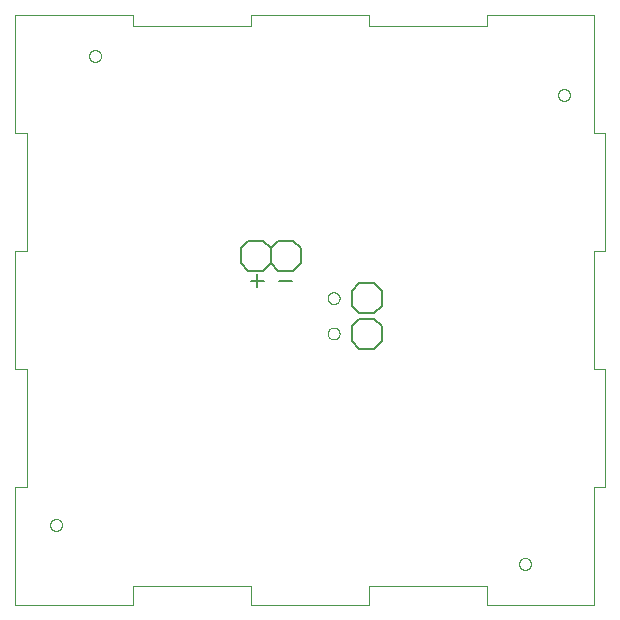
<source format=gto>
G75*
%MOIN*%
%OFA0B0*%
%FSLAX25Y25*%
%IPPOS*%
%LPD*%
%AMOC8*
5,1,8,0,0,1.08239X$1,22.5*
%
%ADD10C,0.00004*%
%ADD11C,0.00600*%
%ADD12C,0.00000*%
D10*
X0001002Y0001002D02*
X0040372Y0001002D01*
X0040372Y0007301D01*
X0079742Y0007301D01*
X0079742Y0001002D01*
X0119112Y0001002D01*
X0119112Y0007301D01*
X0158482Y0007301D01*
X0158482Y0001002D01*
X0193915Y0001002D01*
X0193915Y0040372D01*
X0197852Y0040372D01*
X0197852Y0079742D01*
X0193915Y0079742D01*
X0193915Y0119112D01*
X0197852Y0119112D01*
X0197852Y0158482D01*
X0193915Y0158482D01*
X0193915Y0197852D01*
X0158482Y0197852D01*
X0158482Y0193915D01*
X0119112Y0193915D01*
X0119112Y0197852D01*
X0079742Y0197852D01*
X0079742Y0193915D01*
X0040372Y0193915D01*
X0040372Y0197852D01*
X0001002Y0197852D01*
X0001002Y0158482D01*
X0004939Y0158482D01*
X0004939Y0119112D01*
X0001002Y0119112D01*
X0001002Y0079742D01*
X0004939Y0079742D01*
X0004939Y0040372D01*
X0001002Y0040372D01*
X0001002Y0001002D01*
D11*
X0081784Y0107094D02*
X0081784Y0111364D01*
X0083817Y0112537D02*
X0078817Y0112537D01*
X0076317Y0115037D01*
X0076317Y0120037D01*
X0078817Y0122537D01*
X0083817Y0122537D01*
X0086317Y0120037D01*
X0086317Y0115037D01*
X0083817Y0112537D01*
X0086356Y0115037D02*
X0088856Y0112537D01*
X0093856Y0112537D01*
X0096356Y0115037D01*
X0096356Y0120037D01*
X0093856Y0122537D01*
X0088856Y0122537D01*
X0086356Y0120037D01*
X0086356Y0115037D01*
X0083919Y0109229D02*
X0079648Y0109229D01*
X0089097Y0109229D02*
X0093368Y0109229D01*
X0113325Y0105864D02*
X0113325Y0100864D01*
X0115825Y0098364D01*
X0120825Y0098364D01*
X0123325Y0100864D01*
X0123325Y0105864D01*
X0120825Y0108364D01*
X0115825Y0108364D01*
X0113325Y0105864D01*
X0115825Y0096553D02*
X0113325Y0094053D01*
X0113325Y0089053D01*
X0115825Y0086553D01*
X0120825Y0086553D01*
X0123325Y0089053D01*
X0123325Y0094053D01*
X0120825Y0096553D01*
X0115825Y0096553D01*
D12*
X0105332Y0091553D02*
X0105334Y0091641D01*
X0105340Y0091729D01*
X0105350Y0091817D01*
X0105364Y0091905D01*
X0105381Y0091991D01*
X0105403Y0092077D01*
X0105428Y0092161D01*
X0105458Y0092245D01*
X0105490Y0092327D01*
X0105527Y0092407D01*
X0105567Y0092486D01*
X0105611Y0092563D01*
X0105658Y0092638D01*
X0105708Y0092710D01*
X0105762Y0092781D01*
X0105818Y0092848D01*
X0105878Y0092914D01*
X0105940Y0092976D01*
X0106006Y0093036D01*
X0106073Y0093092D01*
X0106144Y0093146D01*
X0106216Y0093196D01*
X0106291Y0093243D01*
X0106368Y0093287D01*
X0106447Y0093327D01*
X0106527Y0093364D01*
X0106609Y0093396D01*
X0106693Y0093426D01*
X0106777Y0093451D01*
X0106863Y0093473D01*
X0106949Y0093490D01*
X0107037Y0093504D01*
X0107125Y0093514D01*
X0107213Y0093520D01*
X0107301Y0093522D01*
X0107389Y0093520D01*
X0107477Y0093514D01*
X0107565Y0093504D01*
X0107653Y0093490D01*
X0107739Y0093473D01*
X0107825Y0093451D01*
X0107909Y0093426D01*
X0107993Y0093396D01*
X0108075Y0093364D01*
X0108155Y0093327D01*
X0108234Y0093287D01*
X0108311Y0093243D01*
X0108386Y0093196D01*
X0108458Y0093146D01*
X0108529Y0093092D01*
X0108596Y0093036D01*
X0108662Y0092976D01*
X0108724Y0092914D01*
X0108784Y0092848D01*
X0108840Y0092781D01*
X0108894Y0092710D01*
X0108944Y0092638D01*
X0108991Y0092563D01*
X0109035Y0092486D01*
X0109075Y0092407D01*
X0109112Y0092327D01*
X0109144Y0092245D01*
X0109174Y0092161D01*
X0109199Y0092077D01*
X0109221Y0091991D01*
X0109238Y0091905D01*
X0109252Y0091817D01*
X0109262Y0091729D01*
X0109268Y0091641D01*
X0109270Y0091553D01*
X0109268Y0091465D01*
X0109262Y0091377D01*
X0109252Y0091289D01*
X0109238Y0091201D01*
X0109221Y0091115D01*
X0109199Y0091029D01*
X0109174Y0090945D01*
X0109144Y0090861D01*
X0109112Y0090779D01*
X0109075Y0090699D01*
X0109035Y0090620D01*
X0108991Y0090543D01*
X0108944Y0090468D01*
X0108894Y0090396D01*
X0108840Y0090325D01*
X0108784Y0090258D01*
X0108724Y0090192D01*
X0108662Y0090130D01*
X0108596Y0090070D01*
X0108529Y0090014D01*
X0108458Y0089960D01*
X0108386Y0089910D01*
X0108311Y0089863D01*
X0108234Y0089819D01*
X0108155Y0089779D01*
X0108075Y0089742D01*
X0107993Y0089710D01*
X0107909Y0089680D01*
X0107825Y0089655D01*
X0107739Y0089633D01*
X0107653Y0089616D01*
X0107565Y0089602D01*
X0107477Y0089592D01*
X0107389Y0089586D01*
X0107301Y0089584D01*
X0107213Y0089586D01*
X0107125Y0089592D01*
X0107037Y0089602D01*
X0106949Y0089616D01*
X0106863Y0089633D01*
X0106777Y0089655D01*
X0106693Y0089680D01*
X0106609Y0089710D01*
X0106527Y0089742D01*
X0106447Y0089779D01*
X0106368Y0089819D01*
X0106291Y0089863D01*
X0106216Y0089910D01*
X0106144Y0089960D01*
X0106073Y0090014D01*
X0106006Y0090070D01*
X0105940Y0090130D01*
X0105878Y0090192D01*
X0105818Y0090258D01*
X0105762Y0090325D01*
X0105708Y0090396D01*
X0105658Y0090468D01*
X0105611Y0090543D01*
X0105567Y0090620D01*
X0105527Y0090699D01*
X0105490Y0090779D01*
X0105458Y0090861D01*
X0105428Y0090945D01*
X0105403Y0091029D01*
X0105381Y0091115D01*
X0105364Y0091201D01*
X0105350Y0091289D01*
X0105340Y0091377D01*
X0105334Y0091465D01*
X0105332Y0091553D01*
X0105332Y0103364D02*
X0105334Y0103452D01*
X0105340Y0103540D01*
X0105350Y0103628D01*
X0105364Y0103716D01*
X0105381Y0103802D01*
X0105403Y0103888D01*
X0105428Y0103972D01*
X0105458Y0104056D01*
X0105490Y0104138D01*
X0105527Y0104218D01*
X0105567Y0104297D01*
X0105611Y0104374D01*
X0105658Y0104449D01*
X0105708Y0104521D01*
X0105762Y0104592D01*
X0105818Y0104659D01*
X0105878Y0104725D01*
X0105940Y0104787D01*
X0106006Y0104847D01*
X0106073Y0104903D01*
X0106144Y0104957D01*
X0106216Y0105007D01*
X0106291Y0105054D01*
X0106368Y0105098D01*
X0106447Y0105138D01*
X0106527Y0105175D01*
X0106609Y0105207D01*
X0106693Y0105237D01*
X0106777Y0105262D01*
X0106863Y0105284D01*
X0106949Y0105301D01*
X0107037Y0105315D01*
X0107125Y0105325D01*
X0107213Y0105331D01*
X0107301Y0105333D01*
X0107389Y0105331D01*
X0107477Y0105325D01*
X0107565Y0105315D01*
X0107653Y0105301D01*
X0107739Y0105284D01*
X0107825Y0105262D01*
X0107909Y0105237D01*
X0107993Y0105207D01*
X0108075Y0105175D01*
X0108155Y0105138D01*
X0108234Y0105098D01*
X0108311Y0105054D01*
X0108386Y0105007D01*
X0108458Y0104957D01*
X0108529Y0104903D01*
X0108596Y0104847D01*
X0108662Y0104787D01*
X0108724Y0104725D01*
X0108784Y0104659D01*
X0108840Y0104592D01*
X0108894Y0104521D01*
X0108944Y0104449D01*
X0108991Y0104374D01*
X0109035Y0104297D01*
X0109075Y0104218D01*
X0109112Y0104138D01*
X0109144Y0104056D01*
X0109174Y0103972D01*
X0109199Y0103888D01*
X0109221Y0103802D01*
X0109238Y0103716D01*
X0109252Y0103628D01*
X0109262Y0103540D01*
X0109268Y0103452D01*
X0109270Y0103364D01*
X0109268Y0103276D01*
X0109262Y0103188D01*
X0109252Y0103100D01*
X0109238Y0103012D01*
X0109221Y0102926D01*
X0109199Y0102840D01*
X0109174Y0102756D01*
X0109144Y0102672D01*
X0109112Y0102590D01*
X0109075Y0102510D01*
X0109035Y0102431D01*
X0108991Y0102354D01*
X0108944Y0102279D01*
X0108894Y0102207D01*
X0108840Y0102136D01*
X0108784Y0102069D01*
X0108724Y0102003D01*
X0108662Y0101941D01*
X0108596Y0101881D01*
X0108529Y0101825D01*
X0108458Y0101771D01*
X0108386Y0101721D01*
X0108311Y0101674D01*
X0108234Y0101630D01*
X0108155Y0101590D01*
X0108075Y0101553D01*
X0107993Y0101521D01*
X0107909Y0101491D01*
X0107825Y0101466D01*
X0107739Y0101444D01*
X0107653Y0101427D01*
X0107565Y0101413D01*
X0107477Y0101403D01*
X0107389Y0101397D01*
X0107301Y0101395D01*
X0107213Y0101397D01*
X0107125Y0101403D01*
X0107037Y0101413D01*
X0106949Y0101427D01*
X0106863Y0101444D01*
X0106777Y0101466D01*
X0106693Y0101491D01*
X0106609Y0101521D01*
X0106527Y0101553D01*
X0106447Y0101590D01*
X0106368Y0101630D01*
X0106291Y0101674D01*
X0106216Y0101721D01*
X0106144Y0101771D01*
X0106073Y0101825D01*
X0106006Y0101881D01*
X0105940Y0101941D01*
X0105878Y0102003D01*
X0105818Y0102069D01*
X0105762Y0102136D01*
X0105708Y0102207D01*
X0105658Y0102279D01*
X0105611Y0102354D01*
X0105567Y0102431D01*
X0105527Y0102510D01*
X0105490Y0102590D01*
X0105458Y0102672D01*
X0105428Y0102756D01*
X0105403Y0102840D01*
X0105381Y0102926D01*
X0105364Y0103012D01*
X0105350Y0103100D01*
X0105340Y0103188D01*
X0105334Y0103276D01*
X0105332Y0103364D01*
X0182104Y0171081D02*
X0182106Y0171169D01*
X0182112Y0171257D01*
X0182122Y0171345D01*
X0182136Y0171433D01*
X0182153Y0171519D01*
X0182175Y0171605D01*
X0182200Y0171689D01*
X0182230Y0171773D01*
X0182262Y0171855D01*
X0182299Y0171935D01*
X0182339Y0172014D01*
X0182383Y0172091D01*
X0182430Y0172166D01*
X0182480Y0172238D01*
X0182534Y0172309D01*
X0182590Y0172376D01*
X0182650Y0172442D01*
X0182712Y0172504D01*
X0182778Y0172564D01*
X0182845Y0172620D01*
X0182916Y0172674D01*
X0182988Y0172724D01*
X0183063Y0172771D01*
X0183140Y0172815D01*
X0183219Y0172855D01*
X0183299Y0172892D01*
X0183381Y0172924D01*
X0183465Y0172954D01*
X0183549Y0172979D01*
X0183635Y0173001D01*
X0183721Y0173018D01*
X0183809Y0173032D01*
X0183897Y0173042D01*
X0183985Y0173048D01*
X0184073Y0173050D01*
X0184161Y0173048D01*
X0184249Y0173042D01*
X0184337Y0173032D01*
X0184425Y0173018D01*
X0184511Y0173001D01*
X0184597Y0172979D01*
X0184681Y0172954D01*
X0184765Y0172924D01*
X0184847Y0172892D01*
X0184927Y0172855D01*
X0185006Y0172815D01*
X0185083Y0172771D01*
X0185158Y0172724D01*
X0185230Y0172674D01*
X0185301Y0172620D01*
X0185368Y0172564D01*
X0185434Y0172504D01*
X0185496Y0172442D01*
X0185556Y0172376D01*
X0185612Y0172309D01*
X0185666Y0172238D01*
X0185716Y0172166D01*
X0185763Y0172091D01*
X0185807Y0172014D01*
X0185847Y0171935D01*
X0185884Y0171855D01*
X0185916Y0171773D01*
X0185946Y0171689D01*
X0185971Y0171605D01*
X0185993Y0171519D01*
X0186010Y0171433D01*
X0186024Y0171345D01*
X0186034Y0171257D01*
X0186040Y0171169D01*
X0186042Y0171081D01*
X0186040Y0170993D01*
X0186034Y0170905D01*
X0186024Y0170817D01*
X0186010Y0170729D01*
X0185993Y0170643D01*
X0185971Y0170557D01*
X0185946Y0170473D01*
X0185916Y0170389D01*
X0185884Y0170307D01*
X0185847Y0170227D01*
X0185807Y0170148D01*
X0185763Y0170071D01*
X0185716Y0169996D01*
X0185666Y0169924D01*
X0185612Y0169853D01*
X0185556Y0169786D01*
X0185496Y0169720D01*
X0185434Y0169658D01*
X0185368Y0169598D01*
X0185301Y0169542D01*
X0185230Y0169488D01*
X0185158Y0169438D01*
X0185083Y0169391D01*
X0185006Y0169347D01*
X0184927Y0169307D01*
X0184847Y0169270D01*
X0184765Y0169238D01*
X0184681Y0169208D01*
X0184597Y0169183D01*
X0184511Y0169161D01*
X0184425Y0169144D01*
X0184337Y0169130D01*
X0184249Y0169120D01*
X0184161Y0169114D01*
X0184073Y0169112D01*
X0183985Y0169114D01*
X0183897Y0169120D01*
X0183809Y0169130D01*
X0183721Y0169144D01*
X0183635Y0169161D01*
X0183549Y0169183D01*
X0183465Y0169208D01*
X0183381Y0169238D01*
X0183299Y0169270D01*
X0183219Y0169307D01*
X0183140Y0169347D01*
X0183063Y0169391D01*
X0182988Y0169438D01*
X0182916Y0169488D01*
X0182845Y0169542D01*
X0182778Y0169598D01*
X0182712Y0169658D01*
X0182650Y0169720D01*
X0182590Y0169786D01*
X0182534Y0169853D01*
X0182480Y0169924D01*
X0182430Y0169996D01*
X0182383Y0170071D01*
X0182339Y0170148D01*
X0182299Y0170227D01*
X0182262Y0170307D01*
X0182230Y0170389D01*
X0182200Y0170473D01*
X0182175Y0170557D01*
X0182153Y0170643D01*
X0182136Y0170729D01*
X0182122Y0170817D01*
X0182112Y0170905D01*
X0182106Y0170993D01*
X0182104Y0171081D01*
X0025805Y0184073D02*
X0025807Y0184161D01*
X0025813Y0184249D01*
X0025823Y0184337D01*
X0025837Y0184425D01*
X0025854Y0184511D01*
X0025876Y0184597D01*
X0025901Y0184681D01*
X0025931Y0184765D01*
X0025963Y0184847D01*
X0026000Y0184927D01*
X0026040Y0185006D01*
X0026084Y0185083D01*
X0026131Y0185158D01*
X0026181Y0185230D01*
X0026235Y0185301D01*
X0026291Y0185368D01*
X0026351Y0185434D01*
X0026413Y0185496D01*
X0026479Y0185556D01*
X0026546Y0185612D01*
X0026617Y0185666D01*
X0026689Y0185716D01*
X0026764Y0185763D01*
X0026841Y0185807D01*
X0026920Y0185847D01*
X0027000Y0185884D01*
X0027082Y0185916D01*
X0027166Y0185946D01*
X0027250Y0185971D01*
X0027336Y0185993D01*
X0027422Y0186010D01*
X0027510Y0186024D01*
X0027598Y0186034D01*
X0027686Y0186040D01*
X0027774Y0186042D01*
X0027862Y0186040D01*
X0027950Y0186034D01*
X0028038Y0186024D01*
X0028126Y0186010D01*
X0028212Y0185993D01*
X0028298Y0185971D01*
X0028382Y0185946D01*
X0028466Y0185916D01*
X0028548Y0185884D01*
X0028628Y0185847D01*
X0028707Y0185807D01*
X0028784Y0185763D01*
X0028859Y0185716D01*
X0028931Y0185666D01*
X0029002Y0185612D01*
X0029069Y0185556D01*
X0029135Y0185496D01*
X0029197Y0185434D01*
X0029257Y0185368D01*
X0029313Y0185301D01*
X0029367Y0185230D01*
X0029417Y0185158D01*
X0029464Y0185083D01*
X0029508Y0185006D01*
X0029548Y0184927D01*
X0029585Y0184847D01*
X0029617Y0184765D01*
X0029647Y0184681D01*
X0029672Y0184597D01*
X0029694Y0184511D01*
X0029711Y0184425D01*
X0029725Y0184337D01*
X0029735Y0184249D01*
X0029741Y0184161D01*
X0029743Y0184073D01*
X0029741Y0183985D01*
X0029735Y0183897D01*
X0029725Y0183809D01*
X0029711Y0183721D01*
X0029694Y0183635D01*
X0029672Y0183549D01*
X0029647Y0183465D01*
X0029617Y0183381D01*
X0029585Y0183299D01*
X0029548Y0183219D01*
X0029508Y0183140D01*
X0029464Y0183063D01*
X0029417Y0182988D01*
X0029367Y0182916D01*
X0029313Y0182845D01*
X0029257Y0182778D01*
X0029197Y0182712D01*
X0029135Y0182650D01*
X0029069Y0182590D01*
X0029002Y0182534D01*
X0028931Y0182480D01*
X0028859Y0182430D01*
X0028784Y0182383D01*
X0028707Y0182339D01*
X0028628Y0182299D01*
X0028548Y0182262D01*
X0028466Y0182230D01*
X0028382Y0182200D01*
X0028298Y0182175D01*
X0028212Y0182153D01*
X0028126Y0182136D01*
X0028038Y0182122D01*
X0027950Y0182112D01*
X0027862Y0182106D01*
X0027774Y0182104D01*
X0027686Y0182106D01*
X0027598Y0182112D01*
X0027510Y0182122D01*
X0027422Y0182136D01*
X0027336Y0182153D01*
X0027250Y0182175D01*
X0027166Y0182200D01*
X0027082Y0182230D01*
X0027000Y0182262D01*
X0026920Y0182299D01*
X0026841Y0182339D01*
X0026764Y0182383D01*
X0026689Y0182430D01*
X0026617Y0182480D01*
X0026546Y0182534D01*
X0026479Y0182590D01*
X0026413Y0182650D01*
X0026351Y0182712D01*
X0026291Y0182778D01*
X0026235Y0182845D01*
X0026181Y0182916D01*
X0026131Y0182988D01*
X0026084Y0183063D01*
X0026040Y0183140D01*
X0026000Y0183219D01*
X0025963Y0183299D01*
X0025931Y0183381D01*
X0025901Y0183465D01*
X0025876Y0183549D01*
X0025854Y0183635D01*
X0025837Y0183721D01*
X0025823Y0183809D01*
X0025813Y0183897D01*
X0025807Y0183985D01*
X0025805Y0184073D01*
X0012812Y0027774D02*
X0012814Y0027862D01*
X0012820Y0027950D01*
X0012830Y0028038D01*
X0012844Y0028126D01*
X0012861Y0028212D01*
X0012883Y0028298D01*
X0012908Y0028382D01*
X0012938Y0028466D01*
X0012970Y0028548D01*
X0013007Y0028628D01*
X0013047Y0028707D01*
X0013091Y0028784D01*
X0013138Y0028859D01*
X0013188Y0028931D01*
X0013242Y0029002D01*
X0013298Y0029069D01*
X0013358Y0029135D01*
X0013420Y0029197D01*
X0013486Y0029257D01*
X0013553Y0029313D01*
X0013624Y0029367D01*
X0013696Y0029417D01*
X0013771Y0029464D01*
X0013848Y0029508D01*
X0013927Y0029548D01*
X0014007Y0029585D01*
X0014089Y0029617D01*
X0014173Y0029647D01*
X0014257Y0029672D01*
X0014343Y0029694D01*
X0014429Y0029711D01*
X0014517Y0029725D01*
X0014605Y0029735D01*
X0014693Y0029741D01*
X0014781Y0029743D01*
X0014869Y0029741D01*
X0014957Y0029735D01*
X0015045Y0029725D01*
X0015133Y0029711D01*
X0015219Y0029694D01*
X0015305Y0029672D01*
X0015389Y0029647D01*
X0015473Y0029617D01*
X0015555Y0029585D01*
X0015635Y0029548D01*
X0015714Y0029508D01*
X0015791Y0029464D01*
X0015866Y0029417D01*
X0015938Y0029367D01*
X0016009Y0029313D01*
X0016076Y0029257D01*
X0016142Y0029197D01*
X0016204Y0029135D01*
X0016264Y0029069D01*
X0016320Y0029002D01*
X0016374Y0028931D01*
X0016424Y0028859D01*
X0016471Y0028784D01*
X0016515Y0028707D01*
X0016555Y0028628D01*
X0016592Y0028548D01*
X0016624Y0028466D01*
X0016654Y0028382D01*
X0016679Y0028298D01*
X0016701Y0028212D01*
X0016718Y0028126D01*
X0016732Y0028038D01*
X0016742Y0027950D01*
X0016748Y0027862D01*
X0016750Y0027774D01*
X0016748Y0027686D01*
X0016742Y0027598D01*
X0016732Y0027510D01*
X0016718Y0027422D01*
X0016701Y0027336D01*
X0016679Y0027250D01*
X0016654Y0027166D01*
X0016624Y0027082D01*
X0016592Y0027000D01*
X0016555Y0026920D01*
X0016515Y0026841D01*
X0016471Y0026764D01*
X0016424Y0026689D01*
X0016374Y0026617D01*
X0016320Y0026546D01*
X0016264Y0026479D01*
X0016204Y0026413D01*
X0016142Y0026351D01*
X0016076Y0026291D01*
X0016009Y0026235D01*
X0015938Y0026181D01*
X0015866Y0026131D01*
X0015791Y0026084D01*
X0015714Y0026040D01*
X0015635Y0026000D01*
X0015555Y0025963D01*
X0015473Y0025931D01*
X0015389Y0025901D01*
X0015305Y0025876D01*
X0015219Y0025854D01*
X0015133Y0025837D01*
X0015045Y0025823D01*
X0014957Y0025813D01*
X0014869Y0025807D01*
X0014781Y0025805D01*
X0014693Y0025807D01*
X0014605Y0025813D01*
X0014517Y0025823D01*
X0014429Y0025837D01*
X0014343Y0025854D01*
X0014257Y0025876D01*
X0014173Y0025901D01*
X0014089Y0025931D01*
X0014007Y0025963D01*
X0013927Y0026000D01*
X0013848Y0026040D01*
X0013771Y0026084D01*
X0013696Y0026131D01*
X0013624Y0026181D01*
X0013553Y0026235D01*
X0013486Y0026291D01*
X0013420Y0026351D01*
X0013358Y0026413D01*
X0013298Y0026479D01*
X0013242Y0026546D01*
X0013188Y0026617D01*
X0013138Y0026689D01*
X0013091Y0026764D01*
X0013047Y0026841D01*
X0013007Y0026920D01*
X0012970Y0027000D01*
X0012938Y0027082D01*
X0012908Y0027166D01*
X0012883Y0027250D01*
X0012861Y0027336D01*
X0012844Y0027422D01*
X0012830Y0027510D01*
X0012820Y0027598D01*
X0012814Y0027686D01*
X0012812Y0027774D01*
X0169112Y0014781D02*
X0169114Y0014869D01*
X0169120Y0014957D01*
X0169130Y0015045D01*
X0169144Y0015133D01*
X0169161Y0015219D01*
X0169183Y0015305D01*
X0169208Y0015389D01*
X0169238Y0015473D01*
X0169270Y0015555D01*
X0169307Y0015635D01*
X0169347Y0015714D01*
X0169391Y0015791D01*
X0169438Y0015866D01*
X0169488Y0015938D01*
X0169542Y0016009D01*
X0169598Y0016076D01*
X0169658Y0016142D01*
X0169720Y0016204D01*
X0169786Y0016264D01*
X0169853Y0016320D01*
X0169924Y0016374D01*
X0169996Y0016424D01*
X0170071Y0016471D01*
X0170148Y0016515D01*
X0170227Y0016555D01*
X0170307Y0016592D01*
X0170389Y0016624D01*
X0170473Y0016654D01*
X0170557Y0016679D01*
X0170643Y0016701D01*
X0170729Y0016718D01*
X0170817Y0016732D01*
X0170905Y0016742D01*
X0170993Y0016748D01*
X0171081Y0016750D01*
X0171169Y0016748D01*
X0171257Y0016742D01*
X0171345Y0016732D01*
X0171433Y0016718D01*
X0171519Y0016701D01*
X0171605Y0016679D01*
X0171689Y0016654D01*
X0171773Y0016624D01*
X0171855Y0016592D01*
X0171935Y0016555D01*
X0172014Y0016515D01*
X0172091Y0016471D01*
X0172166Y0016424D01*
X0172238Y0016374D01*
X0172309Y0016320D01*
X0172376Y0016264D01*
X0172442Y0016204D01*
X0172504Y0016142D01*
X0172564Y0016076D01*
X0172620Y0016009D01*
X0172674Y0015938D01*
X0172724Y0015866D01*
X0172771Y0015791D01*
X0172815Y0015714D01*
X0172855Y0015635D01*
X0172892Y0015555D01*
X0172924Y0015473D01*
X0172954Y0015389D01*
X0172979Y0015305D01*
X0173001Y0015219D01*
X0173018Y0015133D01*
X0173032Y0015045D01*
X0173042Y0014957D01*
X0173048Y0014869D01*
X0173050Y0014781D01*
X0173048Y0014693D01*
X0173042Y0014605D01*
X0173032Y0014517D01*
X0173018Y0014429D01*
X0173001Y0014343D01*
X0172979Y0014257D01*
X0172954Y0014173D01*
X0172924Y0014089D01*
X0172892Y0014007D01*
X0172855Y0013927D01*
X0172815Y0013848D01*
X0172771Y0013771D01*
X0172724Y0013696D01*
X0172674Y0013624D01*
X0172620Y0013553D01*
X0172564Y0013486D01*
X0172504Y0013420D01*
X0172442Y0013358D01*
X0172376Y0013298D01*
X0172309Y0013242D01*
X0172238Y0013188D01*
X0172166Y0013138D01*
X0172091Y0013091D01*
X0172014Y0013047D01*
X0171935Y0013007D01*
X0171855Y0012970D01*
X0171773Y0012938D01*
X0171689Y0012908D01*
X0171605Y0012883D01*
X0171519Y0012861D01*
X0171433Y0012844D01*
X0171345Y0012830D01*
X0171257Y0012820D01*
X0171169Y0012814D01*
X0171081Y0012812D01*
X0170993Y0012814D01*
X0170905Y0012820D01*
X0170817Y0012830D01*
X0170729Y0012844D01*
X0170643Y0012861D01*
X0170557Y0012883D01*
X0170473Y0012908D01*
X0170389Y0012938D01*
X0170307Y0012970D01*
X0170227Y0013007D01*
X0170148Y0013047D01*
X0170071Y0013091D01*
X0169996Y0013138D01*
X0169924Y0013188D01*
X0169853Y0013242D01*
X0169786Y0013298D01*
X0169720Y0013358D01*
X0169658Y0013420D01*
X0169598Y0013486D01*
X0169542Y0013553D01*
X0169488Y0013624D01*
X0169438Y0013696D01*
X0169391Y0013771D01*
X0169347Y0013848D01*
X0169307Y0013927D01*
X0169270Y0014007D01*
X0169238Y0014089D01*
X0169208Y0014173D01*
X0169183Y0014257D01*
X0169161Y0014343D01*
X0169144Y0014429D01*
X0169130Y0014517D01*
X0169120Y0014605D01*
X0169114Y0014693D01*
X0169112Y0014781D01*
M02*

</source>
